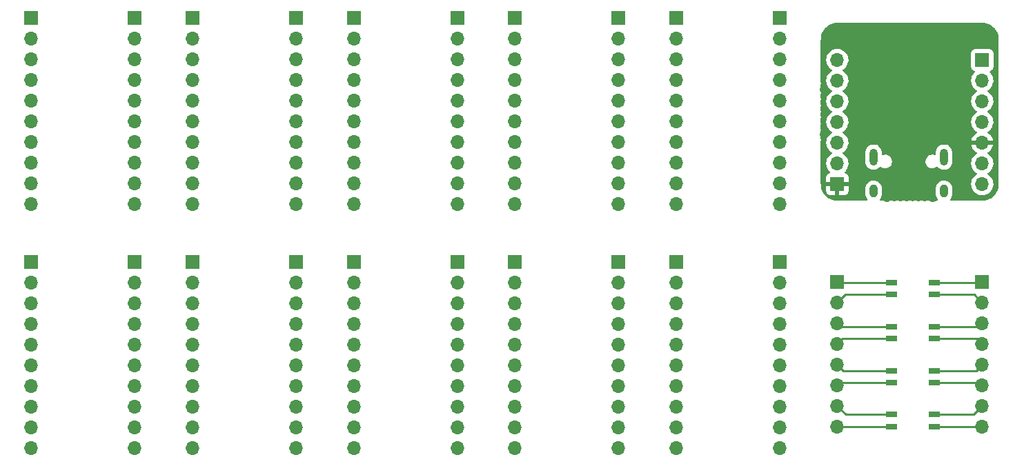
<source format=gbr>
%TF.GenerationSoftware,KiCad,Pcbnew,(6.0.2)*%
%TF.CreationDate,2022-03-22T07:25:02-04:00*%
%TF.ProjectId,Panel_Design_1,50616e65-6c5f-4446-9573-69676e5f312e,rev?*%
%TF.SameCoordinates,Original*%
%TF.FileFunction,Copper,L2,Bot*%
%TF.FilePolarity,Positive*%
%FSLAX46Y46*%
G04 Gerber Fmt 4.6, Leading zero omitted, Abs format (unit mm)*
G04 Created by KiCad (PCBNEW (6.0.2)) date 2022-03-22 07:25:02*
%MOMM*%
%LPD*%
G01*
G04 APERTURE LIST*
%TA.AperFunction,ComponentPad*%
%ADD10R,1.700000X1.700000*%
%TD*%
%TA.AperFunction,ComponentPad*%
%ADD11O,1.700000X1.700000*%
%TD*%
%TA.AperFunction,ComponentPad*%
%ADD12O,1.000000X2.100000*%
%TD*%
%TA.AperFunction,ComponentPad*%
%ADD13O,1.000000X1.600000*%
%TD*%
%TA.AperFunction,SMDPad,CuDef*%
%ADD14R,1.400000X0.800000*%
%TD*%
%TA.AperFunction,Conductor*%
%ADD15C,0.250000*%
%TD*%
G04 APERTURE END LIST*
D10*
%TO.P,J40,1,Pin_1*%
%TO.N,Net-(G1-Pad2)*%
X117220000Y-23400000D03*
D11*
%TO.P,J40,2,Pin_2*%
%TO.N,Net-(G2-Pad2)*%
X117220000Y-25940000D03*
%TO.P,J40,3,Pin_3*%
%TO.N,Net-(G3-Pad2)*%
X117220000Y-28480000D03*
%TO.P,J40,4,Pin_4*%
%TO.N,Net-(G4-Pad2)*%
X117220000Y-31020000D03*
%TO.P,J40,5,Pin_5*%
%TO.N,Net-(G5-Pad2)*%
X117220000Y-33560000D03*
%TO.P,J40,6,Pin_6*%
%TO.N,Net-(G6-Pad2)*%
X117220000Y-36100000D03*
%TO.P,J40,7,Pin_7*%
%TO.N,Net-(G7-Pad2)*%
X117220000Y-38640000D03*
%TO.P,J40,8,Pin_8*%
%TO.N,Net-(G8-Pad2)*%
X117220000Y-41180000D03*
%TO.P,J40,9,Pin_9*%
%TO.N,Net-(G9-Pad2)*%
X117220000Y-43720000D03*
%TO.P,J40,10,Pin_10*%
%TO.N,Net-(G10-Pad2)*%
X117220000Y-46260000D03*
%TD*%
D10*
%TO.P,J4,1,Pin_1*%
%TO.N,Net-(G1-Pad2)*%
X38100000Y-23400000D03*
D11*
%TO.P,J4,2,Pin_2*%
%TO.N,Net-(G2-Pad2)*%
X38100000Y-25940000D03*
%TO.P,J4,3,Pin_3*%
%TO.N,Net-(G3-Pad2)*%
X38100000Y-28480000D03*
%TO.P,J4,4,Pin_4*%
%TO.N,Net-(G4-Pad2)*%
X38100000Y-31020000D03*
%TO.P,J4,5,Pin_5*%
%TO.N,Net-(G5-Pad2)*%
X38100000Y-33560000D03*
%TO.P,J4,6,Pin_6*%
%TO.N,Net-(G6-Pad2)*%
X38100000Y-36100000D03*
%TO.P,J4,7,Pin_7*%
%TO.N,Net-(G7-Pad2)*%
X38100000Y-38640000D03*
%TO.P,J4,8,Pin_8*%
%TO.N,Net-(G8-Pad2)*%
X38100000Y-41180000D03*
%TO.P,J4,9,Pin_9*%
%TO.N,Net-(G9-Pad2)*%
X38100000Y-43720000D03*
%TO.P,J4,10,Pin_10*%
%TO.N,Net-(G10-Pad2)*%
X38100000Y-46260000D03*
%TD*%
D10*
%TO.P,J48,1,Pin_1*%
%TO.N,Net-(G1-Pad2)*%
X97440000Y-53340000D03*
D11*
%TO.P,J48,2,Pin_2*%
%TO.N,Net-(G2-Pad2)*%
X97440000Y-55880000D03*
%TO.P,J48,3,Pin_3*%
%TO.N,Net-(G3-Pad2)*%
X97440000Y-58420000D03*
%TO.P,J48,4,Pin_4*%
%TO.N,Net-(G4-Pad2)*%
X97440000Y-60960000D03*
%TO.P,J48,5,Pin_5*%
%TO.N,Net-(G5-Pad2)*%
X97440000Y-63500000D03*
%TO.P,J48,6,Pin_6*%
%TO.N,Net-(G6-Pad2)*%
X97440000Y-66040000D03*
%TO.P,J48,7,Pin_7*%
%TO.N,Net-(G7-Pad2)*%
X97440000Y-68580000D03*
%TO.P,J48,8,Pin_8*%
%TO.N,Net-(G8-Pad2)*%
X97440000Y-71120000D03*
%TO.P,J48,9,Pin_9*%
%TO.N,Net-(G9-Pad2)*%
X97440000Y-73660000D03*
%TO.P,J48,10,Pin_10*%
%TO.N,Net-(G10-Pad2)*%
X97440000Y-76200000D03*
%TD*%
D10*
%TO.P,J2,1,Pin_1*%
%TO.N,Net-(G1-Pad1)*%
X25400000Y-23400000D03*
D11*
%TO.P,J2,2,Pin_2*%
%TO.N,Net-(G2-Pad1)*%
X25400000Y-25940000D03*
%TO.P,J2,3,Pin_3*%
%TO.N,Net-(G3-Pad1)*%
X25400000Y-28480000D03*
%TO.P,J2,4,Pin_4*%
%TO.N,Net-(G4-Pad1)*%
X25400000Y-31020000D03*
%TO.P,J2,5,Pin_5*%
%TO.N,Net-(G5-Pad1)*%
X25400000Y-33560000D03*
%TO.P,J2,6,Pin_6*%
%TO.N,Net-(G6-Pad1)*%
X25400000Y-36100000D03*
%TO.P,J2,7,Pin_7*%
%TO.N,Net-(G7-Pad1)*%
X25400000Y-38640000D03*
%TO.P,J2,8,Pin_8*%
%TO.N,Net-(G8-Pad1)*%
X25400000Y-41180000D03*
%TO.P,J2,9,Pin_9*%
%TO.N,Net-(G9-Pad1)*%
X25400000Y-43720000D03*
%TO.P,J2,10,Pin_10*%
%TO.N,Net-(G10-Pad1)*%
X25400000Y-46260000D03*
%TD*%
D10*
%TO.P,J37,1,Pin_1*%
%TO.N,Net-(G1-Pad1)*%
X84740000Y-23400000D03*
D11*
%TO.P,J37,2,Pin_2*%
%TO.N,Net-(G2-Pad1)*%
X84740000Y-25940000D03*
%TO.P,J37,3,Pin_3*%
%TO.N,Net-(G3-Pad1)*%
X84740000Y-28480000D03*
%TO.P,J37,4,Pin_4*%
%TO.N,Net-(G4-Pad1)*%
X84740000Y-31020000D03*
%TO.P,J37,5,Pin_5*%
%TO.N,Net-(G5-Pad1)*%
X84740000Y-33560000D03*
%TO.P,J37,6,Pin_6*%
%TO.N,Net-(G6-Pad1)*%
X84740000Y-36100000D03*
%TO.P,J37,7,Pin_7*%
%TO.N,Net-(G7-Pad1)*%
X84740000Y-38640000D03*
%TO.P,J37,8,Pin_8*%
%TO.N,Net-(G8-Pad1)*%
X84740000Y-41180000D03*
%TO.P,J37,9,Pin_9*%
%TO.N,Net-(G9-Pad1)*%
X84740000Y-43720000D03*
%TO.P,J37,10,Pin_10*%
%TO.N,Net-(G10-Pad1)*%
X84740000Y-46260000D03*
%TD*%
D10*
%TO.P,J34,1,Pin_1*%
%TO.N,Net-(G1-Pad2)*%
X57880000Y-23400000D03*
D11*
%TO.P,J34,2,Pin_2*%
%TO.N,Net-(G2-Pad2)*%
X57880000Y-25940000D03*
%TO.P,J34,3,Pin_3*%
%TO.N,Net-(G3-Pad2)*%
X57880000Y-28480000D03*
%TO.P,J34,4,Pin_4*%
%TO.N,Net-(G4-Pad2)*%
X57880000Y-31020000D03*
%TO.P,J34,5,Pin_5*%
%TO.N,Net-(G5-Pad2)*%
X57880000Y-33560000D03*
%TO.P,J34,6,Pin_6*%
%TO.N,Net-(G6-Pad2)*%
X57880000Y-36100000D03*
%TO.P,J34,7,Pin_7*%
%TO.N,Net-(G7-Pad2)*%
X57880000Y-38640000D03*
%TO.P,J34,8,Pin_8*%
%TO.N,Net-(G8-Pad2)*%
X57880000Y-41180000D03*
%TO.P,J34,9,Pin_9*%
%TO.N,Net-(G9-Pad2)*%
X57880000Y-43720000D03*
%TO.P,J34,10,Pin_10*%
%TO.N,Net-(G10-Pad2)*%
X57880000Y-46260000D03*
%TD*%
D12*
%TO.P,USB1,13,SHIELD*%
%TO.N,Net-(J25-Pad6)*%
X128740002Y-40474999D03*
D13*
X128740002Y-44654999D03*
X137380002Y-44654999D03*
D12*
X137380002Y-40474999D03*
%TD*%
D10*
%TO.P,J44,1,Pin_1*%
%TO.N,Net-(G1-Pad2)*%
X57880000Y-53340000D03*
D11*
%TO.P,J44,2,Pin_2*%
%TO.N,Net-(G2-Pad2)*%
X57880000Y-55880000D03*
%TO.P,J44,3,Pin_3*%
%TO.N,Net-(G3-Pad2)*%
X57880000Y-58420000D03*
%TO.P,J44,4,Pin_4*%
%TO.N,Net-(G4-Pad2)*%
X57880000Y-60960000D03*
%TO.P,J44,5,Pin_5*%
%TO.N,Net-(G5-Pad2)*%
X57880000Y-63500000D03*
%TO.P,J44,6,Pin_6*%
%TO.N,Net-(G6-Pad2)*%
X57880000Y-66040000D03*
%TO.P,J44,7,Pin_7*%
%TO.N,Net-(G7-Pad2)*%
X57880000Y-68580000D03*
%TO.P,J44,8,Pin_8*%
%TO.N,Net-(G8-Pad2)*%
X57880000Y-71120000D03*
%TO.P,J44,9,Pin_9*%
%TO.N,Net-(G9-Pad2)*%
X57880000Y-73660000D03*
%TO.P,J44,10,Pin_10*%
%TO.N,Net-(G10-Pad2)*%
X57880000Y-76200000D03*
%TD*%
D10*
%TO.P,J41,1,Pin_1*%
%TO.N,Net-(G1-Pad1)*%
X25400000Y-53340000D03*
D11*
%TO.P,J41,2,Pin_2*%
%TO.N,Net-(G2-Pad1)*%
X25400000Y-55880000D03*
%TO.P,J41,3,Pin_3*%
%TO.N,Net-(G3-Pad1)*%
X25400000Y-58420000D03*
%TO.P,J41,4,Pin_4*%
%TO.N,Net-(G4-Pad1)*%
X25400000Y-60960000D03*
%TO.P,J41,5,Pin_5*%
%TO.N,Net-(G5-Pad1)*%
X25400000Y-63500000D03*
%TO.P,J41,6,Pin_6*%
%TO.N,Net-(G6-Pad1)*%
X25400000Y-66040000D03*
%TO.P,J41,7,Pin_7*%
%TO.N,Net-(G7-Pad1)*%
X25400000Y-68580000D03*
%TO.P,J41,8,Pin_8*%
%TO.N,Net-(G8-Pad1)*%
X25400000Y-71120000D03*
%TO.P,J41,9,Pin_9*%
%TO.N,Net-(G9-Pad1)*%
X25400000Y-73660000D03*
%TO.P,J41,10,Pin_10*%
%TO.N,Net-(G10-Pad1)*%
X25400000Y-76200000D03*
%TD*%
D10*
%TO.P,J39,1,Pin_1*%
%TO.N,Net-(G1-Pad1)*%
X104520000Y-23400000D03*
D11*
%TO.P,J39,2,Pin_2*%
%TO.N,Net-(G2-Pad1)*%
X104520000Y-25940000D03*
%TO.P,J39,3,Pin_3*%
%TO.N,Net-(G3-Pad1)*%
X104520000Y-28480000D03*
%TO.P,J39,4,Pin_4*%
%TO.N,Net-(G4-Pad1)*%
X104520000Y-31020000D03*
%TO.P,J39,5,Pin_5*%
%TO.N,Net-(G5-Pad1)*%
X104520000Y-33560000D03*
%TO.P,J39,6,Pin_6*%
%TO.N,Net-(G6-Pad1)*%
X104520000Y-36100000D03*
%TO.P,J39,7,Pin_7*%
%TO.N,Net-(G7-Pad1)*%
X104520000Y-38640000D03*
%TO.P,J39,8,Pin_8*%
%TO.N,Net-(G8-Pad1)*%
X104520000Y-41180000D03*
%TO.P,J39,9,Pin_9*%
%TO.N,Net-(G9-Pad1)*%
X104520000Y-43720000D03*
%TO.P,J39,10,Pin_10*%
%TO.N,Net-(G10-Pad1)*%
X104520000Y-46260000D03*
%TD*%
D10*
%TO.P,J38,1,Pin_1*%
%TO.N,Net-(G1-Pad2)*%
X97440000Y-23400000D03*
D11*
%TO.P,J38,2,Pin_2*%
%TO.N,Net-(G2-Pad2)*%
X97440000Y-25940000D03*
%TO.P,J38,3,Pin_3*%
%TO.N,Net-(G3-Pad2)*%
X97440000Y-28480000D03*
%TO.P,J38,4,Pin_4*%
%TO.N,Net-(G4-Pad2)*%
X97440000Y-31020000D03*
%TO.P,J38,5,Pin_5*%
%TO.N,Net-(G5-Pad2)*%
X97440000Y-33560000D03*
%TO.P,J38,6,Pin_6*%
%TO.N,Net-(G6-Pad2)*%
X97440000Y-36100000D03*
%TO.P,J38,7,Pin_7*%
%TO.N,Net-(G7-Pad2)*%
X97440000Y-38640000D03*
%TO.P,J38,8,Pin_8*%
%TO.N,Net-(G8-Pad2)*%
X97440000Y-41180000D03*
%TO.P,J38,9,Pin_9*%
%TO.N,Net-(G9-Pad2)*%
X97440000Y-43720000D03*
%TO.P,J38,10,Pin_10*%
%TO.N,Net-(G10-Pad2)*%
X97440000Y-46260000D03*
%TD*%
D10*
%TO.P,J36,1,Pin_1*%
%TO.N,Net-(G1-Pad2)*%
X77660000Y-23400000D03*
D11*
%TO.P,J36,2,Pin_2*%
%TO.N,Net-(G2-Pad2)*%
X77660000Y-25940000D03*
%TO.P,J36,3,Pin_3*%
%TO.N,Net-(G3-Pad2)*%
X77660000Y-28480000D03*
%TO.P,J36,4,Pin_4*%
%TO.N,Net-(G4-Pad2)*%
X77660000Y-31020000D03*
%TO.P,J36,5,Pin_5*%
%TO.N,Net-(G5-Pad2)*%
X77660000Y-33560000D03*
%TO.P,J36,6,Pin_6*%
%TO.N,Net-(G6-Pad2)*%
X77660000Y-36100000D03*
%TO.P,J36,7,Pin_7*%
%TO.N,Net-(G7-Pad2)*%
X77660000Y-38640000D03*
%TO.P,J36,8,Pin_8*%
%TO.N,Net-(G8-Pad2)*%
X77660000Y-41180000D03*
%TO.P,J36,9,Pin_9*%
%TO.N,Net-(G9-Pad2)*%
X77660000Y-43720000D03*
%TO.P,J36,10,Pin_10*%
%TO.N,Net-(G10-Pad2)*%
X77660000Y-46260000D03*
%TD*%
D10*
%TO.P,J42,1,Pin_1*%
%TO.N,Net-(G1-Pad2)*%
X38100000Y-53340000D03*
D11*
%TO.P,J42,2,Pin_2*%
%TO.N,Net-(G2-Pad2)*%
X38100000Y-55880000D03*
%TO.P,J42,3,Pin_3*%
%TO.N,Net-(G3-Pad2)*%
X38100000Y-58420000D03*
%TO.P,J42,4,Pin_4*%
%TO.N,Net-(G4-Pad2)*%
X38100000Y-60960000D03*
%TO.P,J42,5,Pin_5*%
%TO.N,Net-(G5-Pad2)*%
X38100000Y-63500000D03*
%TO.P,J42,6,Pin_6*%
%TO.N,Net-(G6-Pad2)*%
X38100000Y-66040000D03*
%TO.P,J42,7,Pin_7*%
%TO.N,Net-(G7-Pad2)*%
X38100000Y-68580000D03*
%TO.P,J42,8,Pin_8*%
%TO.N,Net-(G8-Pad2)*%
X38100000Y-71120000D03*
%TO.P,J42,9,Pin_9*%
%TO.N,Net-(G9-Pad2)*%
X38100000Y-73660000D03*
%TO.P,J42,10,Pin_10*%
%TO.N,Net-(G10-Pad2)*%
X38100000Y-76200000D03*
%TD*%
D10*
%TO.P,J45,1,Pin_1*%
%TO.N,Net-(G1-Pad1)*%
X64960000Y-53340000D03*
D11*
%TO.P,J45,2,Pin_2*%
%TO.N,Net-(G2-Pad1)*%
X64960000Y-55880000D03*
%TO.P,J45,3,Pin_3*%
%TO.N,Net-(G3-Pad1)*%
X64960000Y-58420000D03*
%TO.P,J45,4,Pin_4*%
%TO.N,Net-(G4-Pad1)*%
X64960000Y-60960000D03*
%TO.P,J45,5,Pin_5*%
%TO.N,Net-(G5-Pad1)*%
X64960000Y-63500000D03*
%TO.P,J45,6,Pin_6*%
%TO.N,Net-(G6-Pad1)*%
X64960000Y-66040000D03*
%TO.P,J45,7,Pin_7*%
%TO.N,Net-(G7-Pad1)*%
X64960000Y-68580000D03*
%TO.P,J45,8,Pin_8*%
%TO.N,Net-(G8-Pad1)*%
X64960000Y-71120000D03*
%TO.P,J45,9,Pin_9*%
%TO.N,Net-(G9-Pad1)*%
X64960000Y-73660000D03*
%TO.P,J45,10,Pin_10*%
%TO.N,Net-(G10-Pad1)*%
X64960000Y-76200000D03*
%TD*%
D10*
%TO.P,J50,1,Pin_1*%
%TO.N,Net-(G1-Pad2)*%
X117220000Y-53340000D03*
D11*
%TO.P,J50,2,Pin_2*%
%TO.N,Net-(G2-Pad2)*%
X117220000Y-55880000D03*
%TO.P,J50,3,Pin_3*%
%TO.N,Net-(G3-Pad2)*%
X117220000Y-58420000D03*
%TO.P,J50,4,Pin_4*%
%TO.N,Net-(G4-Pad2)*%
X117220000Y-60960000D03*
%TO.P,J50,5,Pin_5*%
%TO.N,Net-(G5-Pad2)*%
X117220000Y-63500000D03*
%TO.P,J50,6,Pin_6*%
%TO.N,Net-(G6-Pad2)*%
X117220000Y-66040000D03*
%TO.P,J50,7,Pin_7*%
%TO.N,Net-(G7-Pad2)*%
X117220000Y-68580000D03*
%TO.P,J50,8,Pin_8*%
%TO.N,Net-(G8-Pad2)*%
X117220000Y-71120000D03*
%TO.P,J50,9,Pin_9*%
%TO.N,Net-(G9-Pad2)*%
X117220000Y-73660000D03*
%TO.P,J50,10,Pin_10*%
%TO.N,Net-(G10-Pad2)*%
X117220000Y-76200000D03*
%TD*%
D10*
%TO.P,J13,1,Pin_1*%
%TO.N,Net-(J13-Pad1)*%
X124300001Y-55810001D03*
D11*
%TO.P,J13,2,Pin_2*%
%TO.N,Net-(J13-Pad2)*%
X124300001Y-58350001D03*
%TO.P,J13,3,Pin_3*%
%TO.N,Net-(J13-Pad3)*%
X124300001Y-60890001D03*
%TO.P,J13,4,Pin_4*%
%TO.N,Net-(J13-Pad4)*%
X124300001Y-63430001D03*
%TO.P,J13,5,Pin_5*%
%TO.N,Net-(J13-Pad5)*%
X124300001Y-65970001D03*
%TO.P,J13,6,Pin_6*%
%TO.N,Net-(J13-Pad6)*%
X124300001Y-68510001D03*
%TO.P,J13,7,Pin_7*%
%TO.N,Net-(J13-Pad7)*%
X124300001Y-71050001D03*
%TO.P,J13,8,Pin_8*%
%TO.N,Net-(J13-Pad8)*%
X124300001Y-73590001D03*
%TD*%
D10*
%TO.P,J47,1,Pin_1*%
%TO.N,Net-(G1-Pad1)*%
X84740000Y-53340000D03*
D11*
%TO.P,J47,2,Pin_2*%
%TO.N,Net-(G2-Pad1)*%
X84740000Y-55880000D03*
%TO.P,J47,3,Pin_3*%
%TO.N,Net-(G3-Pad1)*%
X84740000Y-58420000D03*
%TO.P,J47,4,Pin_4*%
%TO.N,Net-(G4-Pad1)*%
X84740000Y-60960000D03*
%TO.P,J47,5,Pin_5*%
%TO.N,Net-(G5-Pad1)*%
X84740000Y-63500000D03*
%TO.P,J47,6,Pin_6*%
%TO.N,Net-(G6-Pad1)*%
X84740000Y-66040000D03*
%TO.P,J47,7,Pin_7*%
%TO.N,Net-(G7-Pad1)*%
X84740000Y-68580000D03*
%TO.P,J47,8,Pin_8*%
%TO.N,Net-(G8-Pad1)*%
X84740000Y-71120000D03*
%TO.P,J47,9,Pin_9*%
%TO.N,Net-(G9-Pad1)*%
X84740000Y-73660000D03*
%TO.P,J47,10,Pin_10*%
%TO.N,Net-(G10-Pad1)*%
X84740000Y-76200000D03*
%TD*%
D10*
%TO.P,J25,1,Pin_1*%
%TO.N,Net-(J25-Pad1)*%
X142080002Y-28549999D03*
D11*
%TO.P,J25,2,Pin_2*%
%TO.N,Net-(J25-Pad2)*%
X142080002Y-31089999D03*
%TO.P,J25,3,Pin_3*%
%TO.N,Net-(J25-Pad3)*%
X142080002Y-33629999D03*
%TO.P,J25,4,Pin_4*%
%TO.N,Net-(J25-Pad4)*%
X142080002Y-36169999D03*
%TO.P,J25,5,Pin_5*%
%TO.N,GND_2*%
X142080002Y-38709999D03*
%TO.P,J25,6,Pin_6*%
%TO.N,Net-(J25-Pad6)*%
X142080002Y-41249999D03*
%TO.P,J25,7,Pin_7*%
%TO.N,unconnected-(J25-Pad7)*%
X142080002Y-43789999D03*
%TD*%
D10*
%TO.P,J35,1,Pin_1*%
%TO.N,Net-(G1-Pad1)*%
X64960000Y-23400000D03*
D11*
%TO.P,J35,2,Pin_2*%
%TO.N,Net-(G2-Pad1)*%
X64960000Y-25940000D03*
%TO.P,J35,3,Pin_3*%
%TO.N,Net-(G3-Pad1)*%
X64960000Y-28480000D03*
%TO.P,J35,4,Pin_4*%
%TO.N,Net-(G4-Pad1)*%
X64960000Y-31020000D03*
%TO.P,J35,5,Pin_5*%
%TO.N,Net-(G5-Pad1)*%
X64960000Y-33560000D03*
%TO.P,J35,6,Pin_6*%
%TO.N,Net-(G6-Pad1)*%
X64960000Y-36100000D03*
%TO.P,J35,7,Pin_7*%
%TO.N,Net-(G7-Pad1)*%
X64960000Y-38640000D03*
%TO.P,J35,8,Pin_8*%
%TO.N,Net-(G8-Pad1)*%
X64960000Y-41180000D03*
%TO.P,J35,9,Pin_9*%
%TO.N,Net-(G9-Pad1)*%
X64960000Y-43720000D03*
%TO.P,J35,10,Pin_10*%
%TO.N,Net-(G10-Pad1)*%
X64960000Y-46260000D03*
%TD*%
D10*
%TO.P,J46,1,Pin_1*%
%TO.N,Net-(G1-Pad2)*%
X77660000Y-53340000D03*
D11*
%TO.P,J46,2,Pin_2*%
%TO.N,Net-(G2-Pad2)*%
X77660000Y-55880000D03*
%TO.P,J46,3,Pin_3*%
%TO.N,Net-(G3-Pad2)*%
X77660000Y-58420000D03*
%TO.P,J46,4,Pin_4*%
%TO.N,Net-(G4-Pad2)*%
X77660000Y-60960000D03*
%TO.P,J46,5,Pin_5*%
%TO.N,Net-(G5-Pad2)*%
X77660000Y-63500000D03*
%TO.P,J46,6,Pin_6*%
%TO.N,Net-(G6-Pad2)*%
X77660000Y-66040000D03*
%TO.P,J46,7,Pin_7*%
%TO.N,Net-(G7-Pad2)*%
X77660000Y-68580000D03*
%TO.P,J46,8,Pin_8*%
%TO.N,Net-(G8-Pad2)*%
X77660000Y-71120000D03*
%TO.P,J46,9,Pin_9*%
%TO.N,Net-(G9-Pad2)*%
X77660000Y-73660000D03*
%TO.P,J46,10,Pin_10*%
%TO.N,Net-(G10-Pad2)*%
X77660000Y-76200000D03*
%TD*%
D10*
%TO.P,J14,1,Pin_1*%
%TO.N,Net-(J14-Pad1)*%
X142080001Y-55810001D03*
D11*
%TO.P,J14,2,Pin_2*%
%TO.N,Net-(J14-Pad2)*%
X142080001Y-58350001D03*
%TO.P,J14,3,Pin_3*%
%TO.N,Net-(J14-Pad3)*%
X142080001Y-60890001D03*
%TO.P,J14,4,Pin_4*%
%TO.N,Net-(J14-Pad4)*%
X142080001Y-63430001D03*
%TO.P,J14,5,Pin_5*%
%TO.N,Net-(J14-Pad5)*%
X142080001Y-65970001D03*
%TO.P,J14,6,Pin_6*%
%TO.N,Net-(J14-Pad6)*%
X142080001Y-68510001D03*
%TO.P,J14,7,Pin_7*%
%TO.N,Net-(J14-Pad7)*%
X142080001Y-71050001D03*
%TO.P,J14,8,Pin_8*%
%TO.N,Net-(J14-Pad8)*%
X142080001Y-73590001D03*
%TD*%
D10*
%TO.P,J49,1,Pin_1*%
%TO.N,Net-(G1-Pad1)*%
X104520000Y-53340000D03*
D11*
%TO.P,J49,2,Pin_2*%
%TO.N,Net-(G2-Pad1)*%
X104520000Y-55880000D03*
%TO.P,J49,3,Pin_3*%
%TO.N,Net-(G3-Pad1)*%
X104520000Y-58420000D03*
%TO.P,J49,4,Pin_4*%
%TO.N,Net-(G4-Pad1)*%
X104520000Y-60960000D03*
%TO.P,J49,5,Pin_5*%
%TO.N,Net-(G5-Pad1)*%
X104520000Y-63500000D03*
%TO.P,J49,6,Pin_6*%
%TO.N,Net-(G6-Pad1)*%
X104520000Y-66040000D03*
%TO.P,J49,7,Pin_7*%
%TO.N,Net-(G7-Pad1)*%
X104520000Y-68580000D03*
%TO.P,J49,8,Pin_8*%
%TO.N,Net-(G8-Pad1)*%
X104520000Y-71120000D03*
%TO.P,J49,9,Pin_9*%
%TO.N,Net-(G9-Pad1)*%
X104520000Y-73660000D03*
%TO.P,J49,10,Pin_10*%
%TO.N,Net-(G10-Pad1)*%
X104520000Y-76200000D03*
%TD*%
D10*
%TO.P,J18,1,Pin_1*%
%TO.N,GND_2*%
X124300002Y-43789999D03*
D11*
%TO.P,J18,2,Pin_2*%
%TO.N,Net-(J18-Pad2)*%
X124300002Y-41249999D03*
%TO.P,J18,3,Pin_3*%
%TO.N,Net-(J18-Pad3)*%
X124300002Y-38709999D03*
%TO.P,J18,4,Pin_4*%
%TO.N,Net-(J18-Pad4)*%
X124300002Y-36169999D03*
%TO.P,J18,5,Pin_5*%
%TO.N,Net-(J18-Pad5)*%
X124300002Y-33629999D03*
%TO.P,J18,6,Pin_6*%
%TO.N,Net-(J18-Pad6)*%
X124300002Y-31089999D03*
%TO.P,J18,7,Pin_7*%
%TO.N,Net-(J18-Pad7)*%
X124300002Y-28549999D03*
%TD*%
D10*
%TO.P,J33,1,Pin_1*%
%TO.N,Net-(G1-Pad1)*%
X45180000Y-23400000D03*
D11*
%TO.P,J33,2,Pin_2*%
%TO.N,Net-(G2-Pad1)*%
X45180000Y-25940000D03*
%TO.P,J33,3,Pin_3*%
%TO.N,Net-(G3-Pad1)*%
X45180000Y-28480000D03*
%TO.P,J33,4,Pin_4*%
%TO.N,Net-(G4-Pad1)*%
X45180000Y-31020000D03*
%TO.P,J33,5,Pin_5*%
%TO.N,Net-(G5-Pad1)*%
X45180000Y-33560000D03*
%TO.P,J33,6,Pin_6*%
%TO.N,Net-(G6-Pad1)*%
X45180000Y-36100000D03*
%TO.P,J33,7,Pin_7*%
%TO.N,Net-(G7-Pad1)*%
X45180000Y-38640000D03*
%TO.P,J33,8,Pin_8*%
%TO.N,Net-(G8-Pad1)*%
X45180000Y-41180000D03*
%TO.P,J33,9,Pin_9*%
%TO.N,Net-(G9-Pad1)*%
X45180000Y-43720000D03*
%TO.P,J33,10,Pin_10*%
%TO.N,Net-(G10-Pad1)*%
X45180000Y-46260000D03*
%TD*%
D10*
%TO.P,J43,1,Pin_1*%
%TO.N,Net-(G1-Pad1)*%
X45180000Y-53340000D03*
D11*
%TO.P,J43,2,Pin_2*%
%TO.N,Net-(G2-Pad1)*%
X45180000Y-55880000D03*
%TO.P,J43,3,Pin_3*%
%TO.N,Net-(G3-Pad1)*%
X45180000Y-58420000D03*
%TO.P,J43,4,Pin_4*%
%TO.N,Net-(G4-Pad1)*%
X45180000Y-60960000D03*
%TO.P,J43,5,Pin_5*%
%TO.N,Net-(G5-Pad1)*%
X45180000Y-63500000D03*
%TO.P,J43,6,Pin_6*%
%TO.N,Net-(G6-Pad1)*%
X45180000Y-66040000D03*
%TO.P,J43,7,Pin_7*%
%TO.N,Net-(G7-Pad1)*%
X45180000Y-68580000D03*
%TO.P,J43,8,Pin_8*%
%TO.N,Net-(G8-Pad1)*%
X45180000Y-71120000D03*
%TO.P,J43,9,Pin_9*%
%TO.N,Net-(G9-Pad1)*%
X45180000Y-73660000D03*
%TO.P,J43,10,Pin_10*%
%TO.N,Net-(G10-Pad1)*%
X45180000Y-76200000D03*
%TD*%
D14*
%TO.P,RGB3,1,BK*%
%TO.N,Net-(J13-Pad5)*%
X130980001Y-66705001D03*
%TO.P,RGB3,2,GK*%
%TO.N,Net-(J14-Pad5)*%
X136180001Y-66705001D03*
%TO.P,RGB3,3,RK*%
%TO.N,Net-(J14-Pad6)*%
X136180001Y-68155001D03*
%TO.P,RGB3,4,A*%
%TO.N,Net-(J13-Pad6)*%
X130980001Y-68155001D03*
%TD*%
%TO.P,RGB4,1,BK*%
%TO.N,Net-(J13-Pad7)*%
X130980001Y-72105001D03*
%TO.P,RGB4,2,GK*%
%TO.N,Net-(J14-Pad7)*%
X136180001Y-72105001D03*
%TO.P,RGB4,3,RK*%
%TO.N,Net-(J14-Pad8)*%
X136180001Y-73555001D03*
%TO.P,RGB4,4,A*%
%TO.N,Net-(J13-Pad8)*%
X130980001Y-73555001D03*
%TD*%
%TO.P,RGB1,1,BK*%
%TO.N,Net-(J13-Pad1)*%
X130980001Y-55905001D03*
%TO.P,RGB1,2,GK*%
%TO.N,Net-(J14-Pad1)*%
X136180001Y-55905001D03*
%TO.P,RGB1,3,RK*%
%TO.N,Net-(J14-Pad2)*%
X136180001Y-57355001D03*
%TO.P,RGB1,4,A*%
%TO.N,Net-(J13-Pad2)*%
X130980001Y-57355001D03*
%TD*%
%TO.P,RGB2,1,BK*%
%TO.N,Net-(J13-Pad3)*%
X130980001Y-61305001D03*
%TO.P,RGB2,2,GK*%
%TO.N,Net-(J14-Pad3)*%
X136180001Y-61305001D03*
%TO.P,RGB2,3,RK*%
%TO.N,Net-(J14-Pad4)*%
X136180001Y-62755001D03*
%TO.P,RGB2,4,A*%
%TO.N,Net-(J13-Pad4)*%
X130980001Y-62755001D03*
%TD*%
D15*
%TO.N,Net-(J13-Pad1)*%
X124395001Y-55905001D02*
X124300001Y-55810001D01*
X130980001Y-55905001D02*
X124395001Y-55905001D01*
%TO.N,Net-(J13-Pad2)*%
X125295001Y-57355001D02*
X124300001Y-58350001D01*
X130980001Y-57355001D02*
X125295001Y-57355001D01*
%TO.N,Net-(J13-Pad3)*%
X124715001Y-61305001D02*
X124300001Y-60890001D01*
X130980001Y-61305001D02*
X124715001Y-61305001D01*
%TO.N,Net-(J13-Pad4)*%
X124975001Y-62755001D02*
X124300001Y-63430001D01*
X130980001Y-62755001D02*
X124975001Y-62755001D01*
%TO.N,Net-(J13-Pad5)*%
X125035001Y-66705001D02*
X124300001Y-65970001D01*
X130980001Y-66705001D02*
X125035001Y-66705001D01*
%TO.N,Net-(J13-Pad6)*%
X124655001Y-68155001D02*
X124300001Y-68510001D01*
X130980001Y-68155001D02*
X124655001Y-68155001D01*
%TO.N,Net-(J13-Pad7)*%
X125355001Y-72105001D02*
X124300001Y-71050001D01*
X130980001Y-72105001D02*
X125355001Y-72105001D01*
%TO.N,Net-(J13-Pad8)*%
X124335001Y-73555001D02*
X124300001Y-73590001D01*
X130980001Y-73555001D02*
X124335001Y-73555001D01*
%TO.N,Net-(J14-Pad1)*%
X136180001Y-55905001D02*
X141985001Y-55905001D01*
X141985001Y-55905001D02*
X142080001Y-55810001D01*
%TO.N,Net-(J14-Pad2)*%
X141085001Y-57355001D02*
X142080001Y-58350001D01*
X136180001Y-57355001D02*
X141085001Y-57355001D01*
%TO.N,Net-(J14-Pad3)*%
X141665001Y-61305001D02*
X142080001Y-60890001D01*
X136180001Y-61305001D02*
X141665001Y-61305001D01*
%TO.N,Net-(J14-Pad4)*%
X136180001Y-62755001D02*
X141405001Y-62755001D01*
X141405001Y-62755001D02*
X142080001Y-63430001D01*
%TO.N,Net-(J14-Pad5)*%
X136180001Y-66705001D02*
X141345001Y-66705001D01*
X141345001Y-66705001D02*
X142080001Y-65970001D01*
%TO.N,Net-(J14-Pad6)*%
X141725001Y-68155001D02*
X142080001Y-68510001D01*
X136180001Y-68155001D02*
X141725001Y-68155001D01*
%TO.N,Net-(J14-Pad7)*%
X136180001Y-72105001D02*
X141025001Y-72105001D01*
X141025001Y-72105001D02*
X142080001Y-71050001D01*
%TO.N,Net-(J14-Pad8)*%
X136180001Y-73555001D02*
X142045001Y-73555001D01*
X142045001Y-73555001D02*
X142080001Y-73590001D01*
%TD*%
%TA.AperFunction,Conductor*%
%TO.N,GND_2*%
G36*
X142050059Y-23979499D02*
G01*
X142064860Y-23981804D01*
X142064863Y-23981804D01*
X142073732Y-23983185D01*
X142090001Y-23981058D01*
X142114569Y-23980265D01*
X142336987Y-23994843D01*
X142353328Y-23996994D01*
X142597826Y-24045628D01*
X142613745Y-24049894D01*
X142849792Y-24130021D01*
X142865019Y-24136328D01*
X143088594Y-24246583D01*
X143102867Y-24254824D01*
X143310135Y-24393315D01*
X143323212Y-24403348D01*
X143510634Y-24567713D01*
X143522288Y-24579367D01*
X143686653Y-24766789D01*
X143696686Y-24779866D01*
X143835177Y-24987134D01*
X143843418Y-25001407D01*
X143953673Y-25224982D01*
X143959980Y-25240209D01*
X144040107Y-25476256D01*
X144044373Y-25492175D01*
X144093007Y-25736672D01*
X144095158Y-25753013D01*
X144109266Y-25968267D01*
X144108241Y-25991303D01*
X144108198Y-25994853D01*
X144106816Y-26003729D01*
X144108456Y-26016269D01*
X144110938Y-26035250D01*
X144112002Y-26051588D01*
X144112002Y-43740671D01*
X144110502Y-43760055D01*
X144106816Y-43783729D01*
X144108943Y-43799998D01*
X144109736Y-43824566D01*
X144095158Y-44046984D01*
X144093007Y-44063325D01*
X144044373Y-44307823D01*
X144040107Y-44323742D01*
X143959980Y-44559789D01*
X143953673Y-44575016D01*
X143843418Y-44798591D01*
X143835177Y-44812864D01*
X143696686Y-45020132D01*
X143686656Y-45033205D01*
X143585985Y-45147999D01*
X143522288Y-45220631D01*
X143510634Y-45232285D01*
X143323208Y-45396653D01*
X143310135Y-45406683D01*
X143102867Y-45545174D01*
X143088594Y-45553415D01*
X142865019Y-45663670D01*
X142849792Y-45669977D01*
X142613745Y-45750104D01*
X142597826Y-45754370D01*
X142353329Y-45803004D01*
X142336988Y-45805155D01*
X142121734Y-45819263D01*
X142098698Y-45818238D01*
X142095148Y-45818195D01*
X142086272Y-45816813D01*
X142056349Y-45820726D01*
X142054751Y-45820935D01*
X142038413Y-45821999D01*
X138239270Y-45821999D01*
X138171149Y-45801997D01*
X138124656Y-45748341D01*
X138114552Y-45678067D01*
X138142747Y-45615010D01*
X138216156Y-45527525D01*
X138219123Y-45522127D01*
X138219127Y-45522122D01*
X138308469Y-45359607D01*
X138311435Y-45354212D01*
X138313848Y-45346607D01*
X138369375Y-45171563D01*
X138369375Y-45171562D01*
X138371237Y-45165693D01*
X138388502Y-45011772D01*
X138388502Y-44305230D01*
X138387816Y-44298226D01*
X138382465Y-44243659D01*
X138374082Y-44158166D01*
X138316918Y-43968830D01*
X138224068Y-43794203D01*
X138193476Y-43756694D01*
X140717253Y-43756694D01*
X140717550Y-43761847D01*
X140717550Y-43761850D01*
X140723013Y-43856589D01*
X140730112Y-43979714D01*
X140731249Y-43984760D01*
X140731250Y-43984766D01*
X140745608Y-44048474D01*
X140779224Y-44197638D01*
X140863268Y-44404615D01*
X140865967Y-44409019D01*
X140967690Y-44575016D01*
X140979989Y-44595087D01*
X141126252Y-44763937D01*
X141298128Y-44906631D01*
X141491002Y-45019337D01*
X141495827Y-45021179D01*
X141495828Y-45021180D01*
X141568614Y-45048974D01*
X141699694Y-45099029D01*
X141704762Y-45100060D01*
X141704765Y-45100061D01*
X141812019Y-45121882D01*
X141918599Y-45143566D01*
X141923774Y-45143756D01*
X141923776Y-45143756D01*
X142136675Y-45151563D01*
X142136679Y-45151563D01*
X142141839Y-45151752D01*
X142146959Y-45151096D01*
X142146961Y-45151096D01*
X142358290Y-45124024D01*
X142358291Y-45124024D01*
X142363418Y-45123367D01*
X142368368Y-45121882D01*
X142572431Y-45060660D01*
X142572436Y-45060658D01*
X142577386Y-45059173D01*
X142777996Y-44960895D01*
X142959862Y-44831172D01*
X143118098Y-44673488D01*
X143177596Y-44590688D01*
X143245437Y-44496276D01*
X143248455Y-44492076D01*
X143281812Y-44424584D01*
X143345138Y-44296452D01*
X143345139Y-44296450D01*
X143347432Y-44291810D01*
X143389830Y-44152263D01*
X143410867Y-44083022D01*
X143410867Y-44083020D01*
X143412372Y-44078068D01*
X143441531Y-43856589D01*
X143441613Y-43853239D01*
X143443076Y-43793364D01*
X143443076Y-43793360D01*
X143443158Y-43789999D01*
X143424854Y-43567360D01*
X143370433Y-43350701D01*
X143281356Y-43145839D01*
X143160016Y-42958276D01*
X143009672Y-42793050D01*
X143005621Y-42789851D01*
X143005617Y-42789847D01*
X142838416Y-42657799D01*
X142838412Y-42657797D01*
X142834361Y-42654597D01*
X142793055Y-42631795D01*
X142743086Y-42581363D01*
X142728314Y-42511920D01*
X142753430Y-42445515D01*
X142780782Y-42418908D01*
X142824605Y-42387649D01*
X142959862Y-42291172D01*
X142984325Y-42266795D01*
X143114437Y-42137136D01*
X143118098Y-42133488D01*
X143177596Y-42050688D01*
X143245437Y-41956276D01*
X143248455Y-41952076D01*
X143293369Y-41861200D01*
X143345138Y-41756452D01*
X143345139Y-41756450D01*
X143347432Y-41751810D01*
X143397871Y-41585795D01*
X143410867Y-41543022D01*
X143410867Y-41543020D01*
X143412372Y-41538068D01*
X143441531Y-41316589D01*
X143443158Y-41249999D01*
X143424854Y-41027360D01*
X143370433Y-40810701D01*
X143281356Y-40605839D01*
X143232906Y-40530946D01*
X143162824Y-40422616D01*
X143162822Y-40422613D01*
X143160016Y-40418276D01*
X143009672Y-40253050D01*
X143005621Y-40249851D01*
X143005617Y-40249847D01*
X142838416Y-40117799D01*
X142838412Y-40117797D01*
X142834361Y-40114597D01*
X142792571Y-40091528D01*
X142742600Y-40041096D01*
X142727828Y-39971653D01*
X142752944Y-39905247D01*
X142780296Y-39878640D01*
X142955330Y-39753791D01*
X142963202Y-39747138D01*
X143114054Y-39596811D01*
X143120732Y-39588964D01*
X143245005Y-39416019D01*
X143250315Y-39407182D01*
X143344672Y-39216266D01*
X143348471Y-39206671D01*
X143410379Y-39002909D01*
X143412557Y-38992836D01*
X143413988Y-38981961D01*
X143411777Y-38967777D01*
X143398619Y-38963999D01*
X140763227Y-38963999D01*
X140749696Y-38967972D01*
X140748259Y-38977965D01*
X140778567Y-39112445D01*
X140781647Y-39122274D01*
X140861772Y-39319602D01*
X140866415Y-39328793D01*
X140977696Y-39510387D01*
X140983779Y-39518698D01*
X141123215Y-39679666D01*
X141130582Y-39686882D01*
X141294436Y-39822915D01*
X141302883Y-39828830D01*
X141371971Y-39869202D01*
X141420695Y-39920841D01*
X141433766Y-39990624D01*
X141407035Y-40056395D01*
X141366586Y-40089751D01*
X141353609Y-40096506D01*
X141349476Y-40099609D01*
X141349473Y-40099611D01*
X141200484Y-40211475D01*
X141174967Y-40230634D01*
X141020631Y-40392137D01*
X141017717Y-40396409D01*
X141017716Y-40396410D01*
X141005406Y-40414456D01*
X140894745Y-40576679D01*
X140800690Y-40779304D01*
X140740991Y-40994569D01*
X140717253Y-41216694D01*
X140717550Y-41221847D01*
X140717550Y-41221850D01*
X140722843Y-41313640D01*
X140730112Y-41439714D01*
X140731249Y-41444760D01*
X140731250Y-41444766D01*
X140738977Y-41479052D01*
X140779224Y-41657638D01*
X140816335Y-41749031D01*
X140852538Y-41838189D01*
X140863268Y-41864615D01*
X140865967Y-41869019D01*
X140958751Y-42020429D01*
X140979989Y-42055087D01*
X141126252Y-42223937D01*
X141298128Y-42366631D01*
X141359862Y-42402705D01*
X141371447Y-42409475D01*
X141420171Y-42461113D01*
X141433242Y-42530896D01*
X141406511Y-42596668D01*
X141366057Y-42630026D01*
X141353609Y-42636506D01*
X141349476Y-42639609D01*
X141349473Y-42639611D01*
X141266452Y-42701945D01*
X141174967Y-42770634D01*
X141020631Y-42932137D01*
X140894745Y-43116679D01*
X140800690Y-43319304D01*
X140740991Y-43534569D01*
X140717253Y-43756694D01*
X138193476Y-43756694D01*
X138153711Y-43707937D01*
X138102962Y-43645712D01*
X138102959Y-43645709D01*
X138099067Y-43640937D01*
X138092726Y-43635691D01*
X137951427Y-43518798D01*
X137951423Y-43518796D01*
X137946677Y-43514869D01*
X137772703Y-43420801D01*
X137583770Y-43362317D01*
X137577645Y-43361673D01*
X137577644Y-43361673D01*
X137393206Y-43342288D01*
X137393204Y-43342288D01*
X137387077Y-43341644D01*
X137304578Y-43349152D01*
X137196253Y-43359010D01*
X137196250Y-43359011D01*
X137190114Y-43359569D01*
X137184208Y-43361307D01*
X137184204Y-43361308D01*
X137079078Y-43392248D01*
X137000383Y-43415409D01*
X136994925Y-43418262D01*
X136994921Y-43418264D01*
X136904149Y-43465719D01*
X136825112Y-43507039D01*
X136670977Y-43630967D01*
X136543848Y-43782473D01*
X136540881Y-43787871D01*
X136540877Y-43787876D01*
X136462097Y-43931179D01*
X136448569Y-43955786D01*
X136446708Y-43961653D01*
X136446707Y-43961655D01*
X136414455Y-44063325D01*
X136388767Y-44144305D01*
X136371502Y-44298226D01*
X136371502Y-45004768D01*
X136371802Y-45007824D01*
X136371802Y-45007831D01*
X136374117Y-45031435D01*
X136385922Y-45151832D01*
X136443086Y-45341168D01*
X136535936Y-45515795D01*
X136591585Y-45584027D01*
X136624093Y-45623886D01*
X136651647Y-45689318D01*
X136639452Y-45759259D01*
X136591379Y-45811504D01*
X136535439Y-45829201D01*
X136479328Y-45833214D01*
X136479326Y-45833214D01*
X136474842Y-45833535D01*
X136341738Y-45862490D01*
X136268452Y-45878432D01*
X136268449Y-45878433D01*
X136264063Y-45879387D01*
X136259861Y-45880954D01*
X136259855Y-45880956D01*
X136089045Y-45944666D01*
X136061955Y-45954770D01*
X136051176Y-45960656D01*
X136024503Y-45975220D01*
X135955128Y-45990311D01*
X135888608Y-45965500D01*
X135882537Y-45960656D01*
X135878150Y-45956929D01*
X135863716Y-45944666D01*
X135734006Y-45878432D01*
X135712709Y-45867557D01*
X135712707Y-45867556D01*
X135706193Y-45864230D01*
X135699088Y-45862491D01*
X135699084Y-45862490D01*
X135594163Y-45836817D01*
X135534391Y-45822191D01*
X135528789Y-45821843D01*
X135528786Y-45821843D01*
X135525176Y-45821619D01*
X135525166Y-45821619D01*
X135523237Y-45821499D01*
X135395708Y-45821499D01*
X135329645Y-45829201D01*
X135271590Y-45835969D01*
X135271586Y-45835970D01*
X135264320Y-45836817D01*
X135257445Y-45839312D01*
X135257443Y-45839313D01*
X135104339Y-45894888D01*
X135033481Y-45899329D01*
X135004045Y-45888665D01*
X134962713Y-45867559D01*
X134962708Y-45867557D01*
X134956193Y-45864230D01*
X134784391Y-45822191D01*
X134778789Y-45821843D01*
X134778786Y-45821843D01*
X134775176Y-45821619D01*
X134775166Y-45821619D01*
X134773237Y-45821499D01*
X134645708Y-45821499D01*
X134579645Y-45829201D01*
X134521590Y-45835969D01*
X134521586Y-45835970D01*
X134514320Y-45836817D01*
X134507445Y-45839312D01*
X134507443Y-45839313D01*
X134354339Y-45894888D01*
X134283481Y-45899329D01*
X134254045Y-45888665D01*
X134212713Y-45867559D01*
X134212708Y-45867557D01*
X134206193Y-45864230D01*
X134034391Y-45822191D01*
X134028789Y-45821843D01*
X134028786Y-45821843D01*
X134025176Y-45821619D01*
X134025166Y-45821619D01*
X134023237Y-45821499D01*
X133895708Y-45821499D01*
X133829645Y-45829201D01*
X133771590Y-45835969D01*
X133771586Y-45835970D01*
X133764320Y-45836817D01*
X133757445Y-45839312D01*
X133757443Y-45839313D01*
X133604339Y-45894888D01*
X133533481Y-45899329D01*
X133504045Y-45888665D01*
X133462713Y-45867559D01*
X133462708Y-45867557D01*
X133456193Y-45864230D01*
X133284391Y-45822191D01*
X133278789Y-45821843D01*
X133278786Y-45821843D01*
X133275176Y-45821619D01*
X133275166Y-45821619D01*
X133273237Y-45821499D01*
X133145708Y-45821499D01*
X133079645Y-45829201D01*
X133021590Y-45835969D01*
X133021586Y-45835970D01*
X133014320Y-45836817D01*
X133007445Y-45839312D01*
X133007443Y-45839313D01*
X132854339Y-45894888D01*
X132783481Y-45899329D01*
X132754045Y-45888665D01*
X132712713Y-45867559D01*
X132712708Y-45867557D01*
X132706193Y-45864230D01*
X132534391Y-45822191D01*
X132528789Y-45821843D01*
X132528786Y-45821843D01*
X132525176Y-45821619D01*
X132525166Y-45821619D01*
X132523237Y-45821499D01*
X132395708Y-45821499D01*
X132329645Y-45829201D01*
X132271590Y-45835969D01*
X132271586Y-45835970D01*
X132264320Y-45836817D01*
X132257445Y-45839312D01*
X132257443Y-45839313D01*
X132104339Y-45894888D01*
X132033481Y-45899329D01*
X132004045Y-45888665D01*
X131962713Y-45867559D01*
X131962708Y-45867557D01*
X131956193Y-45864230D01*
X131784391Y-45822191D01*
X131778789Y-45821843D01*
X131778786Y-45821843D01*
X131775176Y-45821619D01*
X131775166Y-45821619D01*
X131773237Y-45821499D01*
X131645708Y-45821499D01*
X131579645Y-45829201D01*
X131521590Y-45835969D01*
X131521586Y-45835970D01*
X131514320Y-45836817D01*
X131507445Y-45839312D01*
X131507443Y-45839313D01*
X131354339Y-45894888D01*
X131283481Y-45899329D01*
X131254045Y-45888665D01*
X131212713Y-45867559D01*
X131212708Y-45867557D01*
X131206193Y-45864230D01*
X131034391Y-45822191D01*
X131028789Y-45821843D01*
X131028786Y-45821843D01*
X131025176Y-45821619D01*
X131025166Y-45821619D01*
X131023237Y-45821499D01*
X130895708Y-45821499D01*
X130829645Y-45829201D01*
X130771590Y-45835969D01*
X130771586Y-45835970D01*
X130764320Y-45836817D01*
X130757445Y-45839312D01*
X130757443Y-45839313D01*
X130642721Y-45880956D01*
X130598064Y-45897166D01*
X130591947Y-45901177D01*
X130591940Y-45901180D01*
X130486058Y-45970599D01*
X130418123Y-45991222D01*
X130356590Y-45975815D01*
X130322001Y-45956929D01*
X130318047Y-45954770D01*
X130290957Y-45944666D01*
X130120147Y-45880956D01*
X130120141Y-45880954D01*
X130115939Y-45879387D01*
X130111553Y-45878433D01*
X130111550Y-45878432D01*
X129920247Y-45836817D01*
X129905160Y-45833535D01*
X129900672Y-45833214D01*
X129730404Y-45821036D01*
X129718493Y-45819612D01*
X129702539Y-45816928D01*
X129696184Y-45816850D01*
X129694859Y-45816834D01*
X129694855Y-45816834D01*
X129690000Y-45816775D01*
X129663990Y-45820500D01*
X129662412Y-45820726D01*
X129644549Y-45821999D01*
X129599270Y-45821999D01*
X129531149Y-45801997D01*
X129484656Y-45748341D01*
X129474552Y-45678067D01*
X129502747Y-45615010D01*
X129576156Y-45527525D01*
X129579123Y-45522127D01*
X129579127Y-45522122D01*
X129668469Y-45359607D01*
X129671435Y-45354212D01*
X129673848Y-45346607D01*
X129729375Y-45171563D01*
X129729375Y-45171562D01*
X129731237Y-45165693D01*
X129748502Y-45011772D01*
X129748502Y-44305230D01*
X129747816Y-44298226D01*
X129742465Y-44243659D01*
X129734082Y-44158166D01*
X129676918Y-43968830D01*
X129584068Y-43794203D01*
X129513711Y-43707937D01*
X129462962Y-43645712D01*
X129462959Y-43645709D01*
X129459067Y-43640937D01*
X129452726Y-43635691D01*
X129311427Y-43518798D01*
X129311423Y-43518796D01*
X129306677Y-43514869D01*
X129132703Y-43420801D01*
X128943770Y-43362317D01*
X128937645Y-43361673D01*
X128937644Y-43361673D01*
X128753206Y-43342288D01*
X128753204Y-43342288D01*
X128747077Y-43341644D01*
X128664578Y-43349152D01*
X128556253Y-43359010D01*
X128556250Y-43359011D01*
X128550114Y-43359569D01*
X128544208Y-43361307D01*
X128544204Y-43361308D01*
X128439078Y-43392248D01*
X128360383Y-43415409D01*
X128354925Y-43418262D01*
X128354921Y-43418264D01*
X128264149Y-43465719D01*
X128185112Y-43507039D01*
X128030977Y-43630967D01*
X127903848Y-43782473D01*
X127900881Y-43787871D01*
X127900877Y-43787876D01*
X127822097Y-43931179D01*
X127808569Y-43955786D01*
X127806708Y-43961653D01*
X127806707Y-43961655D01*
X127774455Y-44063325D01*
X127748767Y-44144305D01*
X127731502Y-44298226D01*
X127731502Y-45004768D01*
X127731802Y-45007824D01*
X127731802Y-45007831D01*
X127734117Y-45031435D01*
X127745922Y-45151832D01*
X127803086Y-45341168D01*
X127895936Y-45515795D01*
X127977959Y-45616364D01*
X128005512Y-45681794D01*
X127993317Y-45751736D01*
X127945245Y-45803981D01*
X127880315Y-45821999D01*
X124447016Y-45822000D01*
X124349329Y-45822000D01*
X124329944Y-45820500D01*
X124315143Y-45818195D01*
X124315140Y-45818195D01*
X124306271Y-45816814D01*
X124290002Y-45818941D01*
X124265434Y-45819734D01*
X124043016Y-45805156D01*
X124026675Y-45803005D01*
X123782177Y-45754371D01*
X123766258Y-45750105D01*
X123530211Y-45669978D01*
X123514984Y-45663671D01*
X123291409Y-45553416D01*
X123277136Y-45545175D01*
X123069868Y-45406684D01*
X123056791Y-45396651D01*
X123014551Y-45359607D01*
X122869368Y-45232285D01*
X122857715Y-45220632D01*
X122797143Y-45151563D01*
X122693347Y-45033206D01*
X122683317Y-45020133D01*
X122544826Y-44812865D01*
X122536585Y-44798592D01*
X122480404Y-44684668D01*
X122942003Y-44684668D01*
X122942373Y-44691489D01*
X122947897Y-44742351D01*
X122951523Y-44757603D01*
X122996678Y-44878053D01*
X123005216Y-44893648D01*
X123081717Y-44995723D01*
X123094278Y-45008284D01*
X123196353Y-45084785D01*
X123211948Y-45093323D01*
X123332396Y-45138477D01*
X123347651Y-45142104D01*
X123398516Y-45147630D01*
X123405330Y-45147999D01*
X124027887Y-45147999D01*
X124043126Y-45143524D01*
X124044331Y-45142134D01*
X124046002Y-45134451D01*
X124046002Y-45129883D01*
X124554002Y-45129883D01*
X124558477Y-45145122D01*
X124559867Y-45146327D01*
X124567550Y-45147998D01*
X125194671Y-45147998D01*
X125201492Y-45147628D01*
X125252354Y-45142104D01*
X125267606Y-45138478D01*
X125388056Y-45093323D01*
X125403651Y-45084785D01*
X125505726Y-45008284D01*
X125518287Y-44995723D01*
X125594788Y-44893648D01*
X125603326Y-44878053D01*
X125648480Y-44757605D01*
X125652107Y-44742350D01*
X125657633Y-44691485D01*
X125658002Y-44684671D01*
X125658002Y-44062114D01*
X125653527Y-44046875D01*
X125652137Y-44045670D01*
X125644454Y-44043999D01*
X124572117Y-44043999D01*
X124556878Y-44048474D01*
X124555673Y-44049864D01*
X124554002Y-44057547D01*
X124554002Y-45129883D01*
X124046002Y-45129883D01*
X124046002Y-44062114D01*
X124041527Y-44046875D01*
X124040137Y-44045670D01*
X124032454Y-44043999D01*
X122960118Y-44043999D01*
X122944879Y-44048474D01*
X122943674Y-44049864D01*
X122942003Y-44057547D01*
X122942003Y-44684668D01*
X122480404Y-44684668D01*
X122426330Y-44575017D01*
X122420023Y-44559790D01*
X122339896Y-44323743D01*
X122335630Y-44307824D01*
X122286996Y-44063327D01*
X122284845Y-44046986D01*
X122270737Y-43831732D01*
X122271762Y-43808696D01*
X122271805Y-43805146D01*
X122273187Y-43796270D01*
X122269065Y-43764748D01*
X122268001Y-43748411D01*
X122268001Y-41216694D01*
X122937253Y-41216694D01*
X122937550Y-41221847D01*
X122937550Y-41221850D01*
X122942843Y-41313640D01*
X122950112Y-41439714D01*
X122951249Y-41444760D01*
X122951250Y-41444766D01*
X122958977Y-41479052D01*
X122999224Y-41657638D01*
X123036335Y-41749031D01*
X123072538Y-41838189D01*
X123083268Y-41864615D01*
X123085967Y-41869019D01*
X123178751Y-42020429D01*
X123199989Y-42055087D01*
X123346252Y-42223937D01*
X123350227Y-42227237D01*
X123350233Y-42227243D01*
X123355427Y-42231555D01*
X123395061Y-42290459D01*
X123396557Y-42361440D01*
X123359441Y-42421961D01*
X123319170Y-42446479D01*
X123211948Y-42486675D01*
X123196353Y-42495213D01*
X123094278Y-42571714D01*
X123081717Y-42584275D01*
X123005216Y-42686350D01*
X122996678Y-42701945D01*
X122951524Y-42822393D01*
X122947897Y-42837648D01*
X122942371Y-42888513D01*
X122942002Y-42895327D01*
X122942002Y-43517884D01*
X122946477Y-43533123D01*
X122947867Y-43534328D01*
X122955550Y-43535999D01*
X125639886Y-43535999D01*
X125655125Y-43531524D01*
X125656330Y-43530134D01*
X125658001Y-43522451D01*
X125658001Y-42895330D01*
X125657631Y-42888509D01*
X125652107Y-42837647D01*
X125648481Y-42822395D01*
X125603326Y-42701945D01*
X125594788Y-42686350D01*
X125518287Y-42584275D01*
X125505726Y-42571714D01*
X125403651Y-42495213D01*
X125388056Y-42486675D01*
X125277815Y-42445347D01*
X125221051Y-42402705D01*
X125196351Y-42336144D01*
X125211559Y-42266795D01*
X125233106Y-42238114D01*
X125334432Y-42137143D01*
X125334442Y-42137131D01*
X125338098Y-42133488D01*
X125397596Y-42050688D01*
X125465437Y-41956276D01*
X125468455Y-41952076D01*
X125513369Y-41861200D01*
X125565138Y-41756452D01*
X125565139Y-41756450D01*
X125567432Y-41751810D01*
X125617871Y-41585795D01*
X125630867Y-41543022D01*
X125630867Y-41543020D01*
X125632372Y-41538068D01*
X125661531Y-41316589D01*
X125663158Y-41249999D01*
X125648752Y-41074768D01*
X127731502Y-41074768D01*
X127731802Y-41077824D01*
X127731802Y-41077831D01*
X127732532Y-41085272D01*
X127745922Y-41221832D01*
X127803086Y-41411168D01*
X127895936Y-41585795D01*
X127950417Y-41652595D01*
X128017042Y-41734286D01*
X128017045Y-41734289D01*
X128020937Y-41739061D01*
X128025684Y-41742988D01*
X128025686Y-41742990D01*
X128168577Y-41861200D01*
X128168581Y-41861202D01*
X128173327Y-41865129D01*
X128347301Y-41959197D01*
X128536234Y-42017681D01*
X128542359Y-42018325D01*
X128542360Y-42018325D01*
X128726798Y-42037710D01*
X128726800Y-42037710D01*
X128732927Y-42038354D01*
X128815426Y-42030846D01*
X128923751Y-42020988D01*
X128923754Y-42020987D01*
X128929890Y-42020429D01*
X128935796Y-42018691D01*
X128935800Y-42018690D01*
X129040926Y-41987750D01*
X129119621Y-41964589D01*
X129125079Y-41961736D01*
X129125083Y-41961734D01*
X129215855Y-41914279D01*
X129294892Y-41872959D01*
X129449027Y-41749031D01*
X129497402Y-41691380D01*
X129556509Y-41652055D01*
X129627496Y-41650929D01*
X129670450Y-41672277D01*
X129730259Y-41718005D01*
X129730263Y-41718008D01*
X129735680Y-41722149D01*
X129822374Y-41762575D01*
X129893633Y-41795804D01*
X129893636Y-41795805D01*
X129899810Y-41798684D01*
X129906458Y-41800170D01*
X129906461Y-41800171D01*
X130012423Y-41823856D01*
X130076545Y-41838189D01*
X130082090Y-41838499D01*
X130215246Y-41838499D01*
X130350039Y-41823856D01*
X130468192Y-41784093D01*
X130515206Y-41768271D01*
X130515208Y-41768270D01*
X130521677Y-41766093D01*
X130676907Y-41672822D01*
X130681864Y-41668134D01*
X130681867Y-41668132D01*
X130803529Y-41553081D01*
X130803531Y-41553079D01*
X130808487Y-41548392D01*
X130812319Y-41542754D01*
X130812322Y-41542750D01*
X130906444Y-41404254D01*
X130910279Y-41398611D01*
X130977532Y-41230465D01*
X130978646Y-41223737D01*
X130978647Y-41223733D01*
X131005995Y-41058538D01*
X131005995Y-41058535D01*
X131007110Y-41051801D01*
X131005830Y-41027360D01*
X131002205Y-40958197D01*
X135112894Y-40958197D01*
X135113251Y-40965014D01*
X135113251Y-40965018D01*
X135118153Y-41058538D01*
X135122372Y-41139046D01*
X135124183Y-41145619D01*
X135124183Y-41145622D01*
X135152933Y-41249999D01*
X135170463Y-41313640D01*
X135254924Y-41473835D01*
X135259329Y-41479048D01*
X135259332Y-41479052D01*
X135367408Y-41606942D01*
X135367412Y-41606946D01*
X135371815Y-41612156D01*
X135377239Y-41616303D01*
X135377240Y-41616304D01*
X135510259Y-41718005D01*
X135510263Y-41718008D01*
X135515680Y-41722149D01*
X135602374Y-41762575D01*
X135673633Y-41795804D01*
X135673636Y-41795805D01*
X135679810Y-41798684D01*
X135686458Y-41800170D01*
X135686461Y-41800171D01*
X135792423Y-41823856D01*
X135856545Y-41838189D01*
X135862090Y-41838499D01*
X135995246Y-41838499D01*
X136130039Y-41823856D01*
X136248192Y-41784093D01*
X136295206Y-41768271D01*
X136295208Y-41768270D01*
X136301677Y-41766093D01*
X136456907Y-41672822D01*
X136457331Y-41673527D01*
X136518522Y-41650237D01*
X136587995Y-41664864D01*
X136625994Y-41696217D01*
X136660937Y-41739061D01*
X136665684Y-41742988D01*
X136665686Y-41742990D01*
X136808577Y-41861200D01*
X136808581Y-41861202D01*
X136813327Y-41865129D01*
X136987301Y-41959197D01*
X137176234Y-42017681D01*
X137182359Y-42018325D01*
X137182360Y-42018325D01*
X137366798Y-42037710D01*
X137366800Y-42037710D01*
X137372927Y-42038354D01*
X137455426Y-42030846D01*
X137563751Y-42020988D01*
X137563754Y-42020987D01*
X137569890Y-42020429D01*
X137575796Y-42018691D01*
X137575800Y-42018690D01*
X137680926Y-41987750D01*
X137759621Y-41964589D01*
X137765079Y-41961736D01*
X137765083Y-41961734D01*
X137855855Y-41914279D01*
X137934892Y-41872959D01*
X138089027Y-41749031D01*
X138216156Y-41597525D01*
X138219123Y-41592127D01*
X138219127Y-41592122D01*
X138308469Y-41429607D01*
X138311435Y-41424212D01*
X138313848Y-41416607D01*
X138369375Y-41241563D01*
X138369375Y-41241562D01*
X138371237Y-41235693D01*
X138388502Y-41081772D01*
X138388502Y-39875230D01*
X138387816Y-39868226D01*
X138382465Y-39813659D01*
X138374082Y-39728166D01*
X138361726Y-39687239D01*
X138350164Y-39648946D01*
X138316918Y-39538830D01*
X138224068Y-39364203D01*
X138153711Y-39277937D01*
X138102962Y-39215712D01*
X138102959Y-39215709D01*
X138099067Y-39210937D01*
X138094134Y-39206856D01*
X137951427Y-39088798D01*
X137951423Y-39088796D01*
X137946677Y-39084869D01*
X137772703Y-38990801D01*
X137583770Y-38932317D01*
X137577645Y-38931673D01*
X137577644Y-38931673D01*
X137393206Y-38912288D01*
X137393204Y-38912288D01*
X137387077Y-38911644D01*
X137304578Y-38919152D01*
X137196253Y-38929010D01*
X137196250Y-38929011D01*
X137190114Y-38929569D01*
X137184208Y-38931307D01*
X137184204Y-38931308D01*
X137079078Y-38962248D01*
X137000383Y-38985409D01*
X136994925Y-38988262D01*
X136994921Y-38988264D01*
X136904149Y-39035719D01*
X136825112Y-39077039D01*
X136670977Y-39200967D01*
X136667013Y-39205691D01*
X136651931Y-39223665D01*
X136543848Y-39352473D01*
X136540881Y-39357871D01*
X136540877Y-39357876D01*
X136508772Y-39416276D01*
X136448569Y-39525786D01*
X136446708Y-39531653D01*
X136446707Y-39531655D01*
X136426038Y-39596811D01*
X136388767Y-39714305D01*
X136371502Y-39868226D01*
X136371502Y-40087861D01*
X136351500Y-40155982D01*
X136297844Y-40202475D01*
X136227570Y-40212579D01*
X136218016Y-40210827D01*
X136048496Y-40172935D01*
X136048497Y-40172935D01*
X136043459Y-40171809D01*
X136037914Y-40171499D01*
X135904758Y-40171499D01*
X135769965Y-40186142D01*
X135651812Y-40225905D01*
X135604798Y-40241727D01*
X135604796Y-40241728D01*
X135598327Y-40243905D01*
X135443097Y-40337176D01*
X135438140Y-40341864D01*
X135438137Y-40341866D01*
X135352747Y-40422616D01*
X135311517Y-40461606D01*
X135307685Y-40467244D01*
X135307682Y-40467248D01*
X135256742Y-40542204D01*
X135209725Y-40611387D01*
X135142472Y-40779533D01*
X135141358Y-40786261D01*
X135141357Y-40786265D01*
X135114009Y-40951460D01*
X135112894Y-40958197D01*
X131002205Y-40958197D01*
X130997989Y-40877765D01*
X130997632Y-40870952D01*
X130982419Y-40815719D01*
X130951354Y-40702940D01*
X130949541Y-40696358D01*
X130865080Y-40536163D01*
X130860675Y-40530950D01*
X130860672Y-40530946D01*
X130752596Y-40403056D01*
X130752592Y-40403052D01*
X130748189Y-40397842D01*
X130742764Y-40393694D01*
X130609745Y-40291993D01*
X130609741Y-40291990D01*
X130604324Y-40287849D01*
X130481626Y-40230634D01*
X130446371Y-40214194D01*
X130446368Y-40214193D01*
X130440194Y-40211314D01*
X130433546Y-40209828D01*
X130433543Y-40209827D01*
X130268496Y-40172935D01*
X130268497Y-40172935D01*
X130263459Y-40171809D01*
X130257914Y-40171499D01*
X130124758Y-40171499D01*
X129989965Y-40186142D01*
X129914690Y-40211475D01*
X129843749Y-40214245D01*
X129782570Y-40178222D01*
X129750579Y-40114841D01*
X129748502Y-40092056D01*
X129748502Y-39875230D01*
X129747816Y-39868226D01*
X129742465Y-39813659D01*
X129734082Y-39728166D01*
X129721726Y-39687239D01*
X129710164Y-39648946D01*
X129676918Y-39538830D01*
X129584068Y-39364203D01*
X129513711Y-39277937D01*
X129462962Y-39215712D01*
X129462959Y-39215709D01*
X129459067Y-39210937D01*
X129454134Y-39206856D01*
X129311427Y-39088798D01*
X129311423Y-39088796D01*
X129306677Y-39084869D01*
X129132703Y-38990801D01*
X128943770Y-38932317D01*
X128937645Y-38931673D01*
X128937644Y-38931673D01*
X128753206Y-38912288D01*
X128753204Y-38912288D01*
X128747077Y-38911644D01*
X128664578Y-38919152D01*
X128556253Y-38929010D01*
X128556250Y-38929011D01*
X128550114Y-38929569D01*
X128544208Y-38931307D01*
X128544204Y-38931308D01*
X128439078Y-38962248D01*
X128360383Y-38985409D01*
X128354925Y-38988262D01*
X128354921Y-38988264D01*
X128264149Y-39035719D01*
X128185112Y-39077039D01*
X128030977Y-39200967D01*
X128027013Y-39205691D01*
X128011931Y-39223665D01*
X127903848Y-39352473D01*
X127900881Y-39357871D01*
X127900877Y-39357876D01*
X127868772Y-39416276D01*
X127808569Y-39525786D01*
X127806708Y-39531653D01*
X127806707Y-39531655D01*
X127786038Y-39596811D01*
X127748767Y-39714305D01*
X127731502Y-39868226D01*
X127731502Y-41074768D01*
X125648752Y-41074768D01*
X125644854Y-41027360D01*
X125590433Y-40810701D01*
X125501356Y-40605839D01*
X125452906Y-40530946D01*
X125382824Y-40422616D01*
X125382822Y-40422613D01*
X125380016Y-40418276D01*
X125229672Y-40253050D01*
X125225621Y-40249851D01*
X125225617Y-40249847D01*
X125058416Y-40117799D01*
X125058412Y-40117797D01*
X125054361Y-40114597D01*
X125013055Y-40091795D01*
X124963086Y-40041363D01*
X124948314Y-39971920D01*
X124973430Y-39905515D01*
X125000782Y-39878908D01*
X125044605Y-39847649D01*
X125179862Y-39751172D01*
X125338098Y-39593488D01*
X125397596Y-39510688D01*
X125465437Y-39416276D01*
X125468455Y-39412076D01*
X125497913Y-39352473D01*
X125565138Y-39216452D01*
X125565139Y-39216450D01*
X125567432Y-39211810D01*
X125632372Y-38998068D01*
X125661531Y-38776589D01*
X125663158Y-38709999D01*
X125644854Y-38487360D01*
X125590433Y-38270701D01*
X125501356Y-38065839D01*
X125380016Y-37878276D01*
X125229672Y-37713050D01*
X125225621Y-37709851D01*
X125225617Y-37709847D01*
X125058416Y-37577799D01*
X125058412Y-37577797D01*
X125054361Y-37574597D01*
X125013055Y-37551795D01*
X124963086Y-37501363D01*
X124948314Y-37431920D01*
X124973430Y-37365515D01*
X125000782Y-37338908D01*
X125066211Y-37292238D01*
X125179862Y-37211172D01*
X125338098Y-37053488D01*
X125397596Y-36970688D01*
X125465437Y-36876276D01*
X125468455Y-36872076D01*
X125490388Y-36827699D01*
X125565138Y-36676452D01*
X125565139Y-36676450D01*
X125567432Y-36671810D01*
X125632372Y-36458068D01*
X125661531Y-36236589D01*
X125663158Y-36169999D01*
X125660420Y-36136694D01*
X140717253Y-36136694D01*
X140717550Y-36141847D01*
X140717550Y-36141850D01*
X140723013Y-36236589D01*
X140730112Y-36359714D01*
X140731249Y-36364760D01*
X140731250Y-36364766D01*
X140731531Y-36366012D01*
X140779224Y-36577638D01*
X140817463Y-36671810D01*
X140857379Y-36770111D01*
X140863268Y-36784615D01*
X140979989Y-36975087D01*
X141126252Y-37143937D01*
X141298128Y-37286631D01*
X141371447Y-37329475D01*
X141371957Y-37329773D01*
X141420681Y-37381411D01*
X141433752Y-37451194D01*
X141407021Y-37516966D01*
X141366564Y-37550326D01*
X141358459Y-37554545D01*
X141349740Y-37560035D01*
X141179435Y-37687904D01*
X141171728Y-37694747D01*
X141024592Y-37848716D01*
X141018106Y-37856726D01*
X140898100Y-38032648D01*
X140893002Y-38041622D01*
X140803340Y-38234782D01*
X140799777Y-38244469D01*
X140744391Y-38444182D01*
X140745914Y-38452606D01*
X140758294Y-38455999D01*
X143398346Y-38455999D01*
X143411877Y-38452026D01*
X143413182Y-38442946D01*
X143371216Y-38275874D01*
X143367896Y-38266123D01*
X143282974Y-38070813D01*
X143278107Y-38061738D01*
X143162428Y-37882925D01*
X143156138Y-37874756D01*
X143012808Y-37717239D01*
X143005275Y-37710214D01*
X142838141Y-37578221D01*
X142829558Y-37572519D01*
X142792604Y-37552119D01*
X142742633Y-37501686D01*
X142727861Y-37432244D01*
X142752977Y-37365838D01*
X142780329Y-37339231D01*
X142846211Y-37292238D01*
X142959862Y-37211172D01*
X143118098Y-37053488D01*
X143177596Y-36970688D01*
X143245437Y-36876276D01*
X143248455Y-36872076D01*
X143270388Y-36827699D01*
X143345138Y-36676452D01*
X143345139Y-36676450D01*
X143347432Y-36671810D01*
X143412372Y-36458068D01*
X143441531Y-36236589D01*
X143443158Y-36169999D01*
X143424854Y-35947360D01*
X143370433Y-35730701D01*
X143281356Y-35525839D01*
X143217834Y-35427649D01*
X143162824Y-35342616D01*
X143162822Y-35342613D01*
X143160016Y-35338276D01*
X143009672Y-35173050D01*
X143005621Y-35169851D01*
X143005617Y-35169847D01*
X142838416Y-35037799D01*
X142838412Y-35037797D01*
X142834361Y-35034597D01*
X142793055Y-35011795D01*
X142743086Y-34961363D01*
X142728314Y-34891920D01*
X142753430Y-34825515D01*
X142780782Y-34798908D01*
X142828647Y-34764766D01*
X142959862Y-34671172D01*
X143118098Y-34513488D01*
X143160479Y-34454509D01*
X143245437Y-34336276D01*
X143248455Y-34332076D01*
X143347432Y-34131810D01*
X143405222Y-33941601D01*
X143410867Y-33923022D01*
X143410867Y-33923020D01*
X143412372Y-33918068D01*
X143441531Y-33696589D01*
X143443158Y-33629999D01*
X143424854Y-33407360D01*
X143370433Y-33190701D01*
X143281356Y-32985839D01*
X143160016Y-32798276D01*
X143009672Y-32633050D01*
X143005621Y-32629851D01*
X143005617Y-32629847D01*
X142838416Y-32497799D01*
X142838412Y-32497797D01*
X142834361Y-32494597D01*
X142793055Y-32471795D01*
X142743086Y-32421363D01*
X142728314Y-32351920D01*
X142753430Y-32285515D01*
X142780782Y-32258908D01*
X142824605Y-32227649D01*
X142959862Y-32131172D01*
X143118098Y-31973488D01*
X143176654Y-31891999D01*
X143245437Y-31796276D01*
X143248455Y-31792076D01*
X143320651Y-31645999D01*
X143345138Y-31596452D01*
X143345139Y-31596450D01*
X143347432Y-31591810D01*
X143412372Y-31378068D01*
X143441531Y-31156589D01*
X143443158Y-31089999D01*
X143424854Y-30867360D01*
X143370433Y-30650701D01*
X143281356Y-30445839D01*
X143160016Y-30258276D01*
X143156534Y-30254449D01*
X143012800Y-30096487D01*
X142981748Y-30032641D01*
X142990143Y-29962142D01*
X143035319Y-29907374D01*
X143061763Y-29893705D01*
X143168299Y-29853766D01*
X143176707Y-29850614D01*
X143293263Y-29763260D01*
X143380617Y-29646704D01*
X143431747Y-29510315D01*
X143438502Y-29448133D01*
X143438502Y-27651865D01*
X143431747Y-27589683D01*
X143380617Y-27453294D01*
X143293263Y-27336738D01*
X143176707Y-27249384D01*
X143040318Y-27198254D01*
X142978136Y-27191499D01*
X141181868Y-27191499D01*
X141119686Y-27198254D01*
X140983297Y-27249384D01*
X140866741Y-27336738D01*
X140779387Y-27453294D01*
X140728257Y-27589683D01*
X140721502Y-27651865D01*
X140721502Y-29448133D01*
X140728257Y-29510315D01*
X140779387Y-29646704D01*
X140866741Y-29763260D01*
X140983297Y-29850614D01*
X140991706Y-29853766D01*
X140991707Y-29853767D01*
X141100453Y-29894534D01*
X141157218Y-29937175D01*
X141181918Y-30003737D01*
X141166711Y-30073086D01*
X141147318Y-30099567D01*
X141020631Y-30232137D01*
X140894745Y-30416679D01*
X140800690Y-30619304D01*
X140740991Y-30834569D01*
X140717253Y-31056694D01*
X140717550Y-31061847D01*
X140717550Y-31061850D01*
X140723013Y-31156589D01*
X140730112Y-31279714D01*
X140731249Y-31284760D01*
X140731250Y-31284766D01*
X140746977Y-31354548D01*
X140779224Y-31497638D01*
X140863268Y-31704615D01*
X140865967Y-31709019D01*
X140967824Y-31875235D01*
X140979989Y-31895087D01*
X141126252Y-32063937D01*
X141298128Y-32206631D01*
X141368597Y-32247810D01*
X141371447Y-32249475D01*
X141420171Y-32301113D01*
X141433242Y-32370896D01*
X141406511Y-32436668D01*
X141366057Y-32470026D01*
X141353609Y-32476506D01*
X141349476Y-32479609D01*
X141349473Y-32479611D01*
X141325249Y-32497799D01*
X141174967Y-32610634D01*
X141020631Y-32772137D01*
X140894745Y-32956679D01*
X140800690Y-33159304D01*
X140740991Y-33374569D01*
X140717253Y-33596694D01*
X140717550Y-33601847D01*
X140717550Y-33601850D01*
X140723013Y-33696589D01*
X140730112Y-33819714D01*
X140731249Y-33824760D01*
X140731250Y-33824766D01*
X140751121Y-33912938D01*
X140779224Y-34037638D01*
X140863268Y-34244615D01*
X140979989Y-34435087D01*
X141126252Y-34603937D01*
X141298128Y-34746631D01*
X141368597Y-34787810D01*
X141371447Y-34789475D01*
X141420171Y-34841113D01*
X141433242Y-34910896D01*
X141406511Y-34976668D01*
X141366057Y-35010026D01*
X141353609Y-35016506D01*
X141349476Y-35019609D01*
X141349473Y-35019611D01*
X141179102Y-35147529D01*
X141174967Y-35150634D01*
X141020631Y-35312137D01*
X140894745Y-35496679D01*
X140879005Y-35530589D01*
X140804407Y-35691297D01*
X140800690Y-35699304D01*
X140740991Y-35914569D01*
X140717253Y-36136694D01*
X125660420Y-36136694D01*
X125644854Y-35947360D01*
X125590433Y-35730701D01*
X125501356Y-35525839D01*
X125437834Y-35427649D01*
X125382824Y-35342616D01*
X125382822Y-35342613D01*
X125380016Y-35338276D01*
X125229672Y-35173050D01*
X125225621Y-35169851D01*
X125225617Y-35169847D01*
X125058416Y-35037799D01*
X125058412Y-35037797D01*
X125054361Y-35034597D01*
X125013055Y-35011795D01*
X124963086Y-34961363D01*
X124948314Y-34891920D01*
X124973430Y-34825515D01*
X125000782Y-34798908D01*
X125048647Y-34764766D01*
X125179862Y-34671172D01*
X125338098Y-34513488D01*
X125380479Y-34454509D01*
X125465437Y-34336276D01*
X125468455Y-34332076D01*
X125567432Y-34131810D01*
X125625222Y-33941601D01*
X125630867Y-33923022D01*
X125630867Y-33923020D01*
X125632372Y-33918068D01*
X125661531Y-33696589D01*
X125663158Y-33629999D01*
X125644854Y-33407360D01*
X125590433Y-33190701D01*
X125501356Y-32985839D01*
X125380016Y-32798276D01*
X125229672Y-32633050D01*
X125225621Y-32629851D01*
X125225617Y-32629847D01*
X125058416Y-32497799D01*
X125058412Y-32497797D01*
X125054361Y-32494597D01*
X125013055Y-32471795D01*
X124963086Y-32421363D01*
X124948314Y-32351920D01*
X124973430Y-32285515D01*
X125000782Y-32258908D01*
X125044605Y-32227649D01*
X125179862Y-32131172D01*
X125338098Y-31973488D01*
X125396654Y-31891999D01*
X125465437Y-31796276D01*
X125468455Y-31792076D01*
X125540651Y-31645999D01*
X125565138Y-31596452D01*
X125565139Y-31596450D01*
X125567432Y-31591810D01*
X125632372Y-31378068D01*
X125661531Y-31156589D01*
X125663158Y-31089999D01*
X125644854Y-30867360D01*
X125590433Y-30650701D01*
X125501356Y-30445839D01*
X125380016Y-30258276D01*
X125229672Y-30093050D01*
X125225621Y-30089851D01*
X125225617Y-30089847D01*
X125058416Y-29957799D01*
X125058412Y-29957797D01*
X125054361Y-29954597D01*
X125013055Y-29931795D01*
X124963086Y-29881363D01*
X124948314Y-29811920D01*
X124973430Y-29745515D01*
X125000782Y-29718908D01*
X125044605Y-29687649D01*
X125179862Y-29591172D01*
X125338098Y-29433488D01*
X125397596Y-29350688D01*
X125465437Y-29256276D01*
X125468455Y-29252076D01*
X125567432Y-29051810D01*
X125632372Y-28838068D01*
X125661531Y-28616589D01*
X125663158Y-28549999D01*
X125644854Y-28327360D01*
X125590433Y-28110701D01*
X125501356Y-27905839D01*
X125380016Y-27718276D01*
X125229672Y-27553050D01*
X125225621Y-27549851D01*
X125225617Y-27549847D01*
X125058416Y-27417799D01*
X125058412Y-27417797D01*
X125054361Y-27414597D01*
X124858791Y-27306637D01*
X124853922Y-27304913D01*
X124853918Y-27304911D01*
X124653089Y-27233794D01*
X124653085Y-27233793D01*
X124648214Y-27232068D01*
X124643121Y-27231161D01*
X124643118Y-27231160D01*
X124433375Y-27193799D01*
X124433369Y-27193798D01*
X124428286Y-27192893D01*
X124354454Y-27191991D01*
X124210083Y-27190227D01*
X124210081Y-27190227D01*
X124204913Y-27190164D01*
X123984093Y-27223954D01*
X123771758Y-27293356D01*
X123573609Y-27396506D01*
X123569476Y-27399609D01*
X123569473Y-27399611D01*
X123399102Y-27527529D01*
X123394967Y-27530634D01*
X123240631Y-27692137D01*
X123114745Y-27876679D01*
X123020690Y-28079304D01*
X122960991Y-28294569D01*
X122937253Y-28516694D01*
X122937550Y-28521847D01*
X122937550Y-28521850D01*
X122943013Y-28616589D01*
X122950112Y-28739714D01*
X122951249Y-28744760D01*
X122951250Y-28744766D01*
X122971121Y-28832938D01*
X122999224Y-28957638D01*
X123083268Y-29164615D01*
X123199989Y-29355087D01*
X123346252Y-29523937D01*
X123518128Y-29666631D01*
X123588597Y-29707810D01*
X123591447Y-29709475D01*
X123640171Y-29761113D01*
X123653242Y-29830896D01*
X123626511Y-29896668D01*
X123586057Y-29930026D01*
X123573609Y-29936506D01*
X123569476Y-29939609D01*
X123569473Y-29939611D01*
X123445569Y-30032641D01*
X123394967Y-30070634D01*
X123240631Y-30232137D01*
X123114745Y-30416679D01*
X123020690Y-30619304D01*
X122960991Y-30834569D01*
X122937253Y-31056694D01*
X122937550Y-31061847D01*
X122937550Y-31061850D01*
X122943013Y-31156589D01*
X122950112Y-31279714D01*
X122951249Y-31284760D01*
X122951250Y-31284766D01*
X122966977Y-31354548D01*
X122999224Y-31497638D01*
X123083268Y-31704615D01*
X123085967Y-31709019D01*
X123187824Y-31875235D01*
X123199989Y-31895087D01*
X123346252Y-32063937D01*
X123518128Y-32206631D01*
X123588597Y-32247810D01*
X123591447Y-32249475D01*
X123640171Y-32301113D01*
X123653242Y-32370896D01*
X123626511Y-32436668D01*
X123586057Y-32470026D01*
X123573609Y-32476506D01*
X123569476Y-32479609D01*
X123569473Y-32479611D01*
X123545249Y-32497799D01*
X123394967Y-32610634D01*
X123240631Y-32772137D01*
X123114745Y-32956679D01*
X123020690Y-33159304D01*
X122960991Y-33374569D01*
X122937253Y-33596694D01*
X122937550Y-33601847D01*
X122937550Y-33601850D01*
X122943013Y-33696589D01*
X122950112Y-33819714D01*
X122951249Y-33824760D01*
X122951250Y-33824766D01*
X122971121Y-33912938D01*
X122999224Y-34037638D01*
X123083268Y-34244615D01*
X123199989Y-34435087D01*
X123346252Y-34603937D01*
X123518128Y-34746631D01*
X123588597Y-34787810D01*
X123591447Y-34789475D01*
X123640171Y-34841113D01*
X123653242Y-34910896D01*
X123626511Y-34976668D01*
X123586057Y-35010026D01*
X123573609Y-35016506D01*
X123569476Y-35019609D01*
X123569473Y-35019611D01*
X123399102Y-35147529D01*
X123394967Y-35150634D01*
X123240631Y-35312137D01*
X123114745Y-35496679D01*
X123099005Y-35530589D01*
X123024407Y-35691297D01*
X123020690Y-35699304D01*
X122960991Y-35914569D01*
X122937253Y-36136694D01*
X122937550Y-36141847D01*
X122937550Y-36141850D01*
X122943013Y-36236589D01*
X122950112Y-36359714D01*
X122951249Y-36364760D01*
X122951250Y-36364766D01*
X122951531Y-36366012D01*
X122999224Y-36577638D01*
X123037463Y-36671810D01*
X123077379Y-36770111D01*
X123083268Y-36784615D01*
X123199989Y-36975087D01*
X123346252Y-37143937D01*
X123518128Y-37286631D01*
X123588597Y-37327810D01*
X123591447Y-37329475D01*
X123640171Y-37381113D01*
X123653242Y-37450896D01*
X123626511Y-37516668D01*
X123586057Y-37550026D01*
X123573609Y-37556506D01*
X123569476Y-37559609D01*
X123569473Y-37559611D01*
X123399102Y-37687529D01*
X123394967Y-37690634D01*
X123240631Y-37852137D01*
X123237717Y-37856409D01*
X123237716Y-37856410D01*
X123191089Y-37924763D01*
X123114745Y-38036679D01*
X123020690Y-38239304D01*
X122960991Y-38454569D01*
X122937253Y-38676694D01*
X122937550Y-38681847D01*
X122937550Y-38681850D01*
X122943013Y-38776589D01*
X122950112Y-38899714D01*
X122951249Y-38904760D01*
X122951250Y-38904766D01*
X122957870Y-38934139D01*
X122999224Y-39117638D01*
X123083268Y-39324615D01*
X123199989Y-39515087D01*
X123346252Y-39683937D01*
X123518128Y-39826631D01*
X123583320Y-39864726D01*
X123591447Y-39869475D01*
X123640171Y-39921113D01*
X123653242Y-39990896D01*
X123626511Y-40056668D01*
X123586057Y-40090026D01*
X123573609Y-40096506D01*
X123569476Y-40099609D01*
X123569473Y-40099611D01*
X123420484Y-40211475D01*
X123394967Y-40230634D01*
X123240631Y-40392137D01*
X123237717Y-40396409D01*
X123237716Y-40396410D01*
X123225406Y-40414456D01*
X123114745Y-40576679D01*
X123020690Y-40779304D01*
X122960991Y-40994569D01*
X122937253Y-41216694D01*
X122268001Y-41216694D01*
X122268001Y-38453206D01*
X122269747Y-38432302D01*
X122272265Y-38417334D01*
X122273072Y-38412538D01*
X122273225Y-38399999D01*
X122272535Y-38395183D01*
X122272530Y-38395099D01*
X122271666Y-38387313D01*
X122270668Y-38374633D01*
X122254041Y-38163366D01*
X122252887Y-38158559D01*
X122252886Y-38158553D01*
X122218099Y-38013659D01*
X122198629Y-37932560D01*
X122196735Y-37927987D01*
X122111536Y-37722297D01*
X122103947Y-37651707D01*
X122122857Y-37608245D01*
X122121491Y-37607452D01*
X122154672Y-37550326D01*
X122210327Y-37454509D01*
X122214178Y-37441796D01*
X122259474Y-37292238D01*
X122261596Y-37285232D01*
X122272548Y-37108701D01*
X122262841Y-37052206D01*
X122243835Y-36941601D01*
X122243835Y-36941600D01*
X122242595Y-36934385D01*
X122223786Y-36890180D01*
X122197200Y-36827699D01*
X122188934Y-36757185D01*
X122204187Y-36715082D01*
X122206647Y-36710846D01*
X122206650Y-36710840D01*
X122210327Y-36704509D01*
X122248753Y-36577638D01*
X122259474Y-36542238D01*
X122261596Y-36535232D01*
X122272548Y-36358701D01*
X122252136Y-36239907D01*
X122243835Y-36191601D01*
X122243835Y-36191600D01*
X122242595Y-36184385D01*
X122224496Y-36141850D01*
X122197200Y-36077699D01*
X122188934Y-36007185D01*
X122204187Y-35965082D01*
X122206647Y-35960846D01*
X122206650Y-35960840D01*
X122210327Y-35954509D01*
X122212493Y-35947360D01*
X122259474Y-35792238D01*
X122261596Y-35785232D01*
X122272548Y-35608701D01*
X122242595Y-35434385D01*
X122239729Y-35427649D01*
X122197200Y-35327699D01*
X122188934Y-35257185D01*
X122204187Y-35215082D01*
X122206647Y-35210846D01*
X122206650Y-35210840D01*
X122210327Y-35204509D01*
X122218699Y-35176869D01*
X122259474Y-35042238D01*
X122261596Y-35035232D01*
X122272548Y-34858701D01*
X122242595Y-34684385D01*
X122239729Y-34677649D01*
X122197200Y-34577699D01*
X122188934Y-34507185D01*
X122204187Y-34465082D01*
X122206647Y-34460846D01*
X122206650Y-34460840D01*
X122210327Y-34454509D01*
X122216210Y-34435087D01*
X122259474Y-34292238D01*
X122261596Y-34285232D01*
X122272548Y-34108701D01*
X122242595Y-33934385D01*
X122233469Y-33912938D01*
X122197200Y-33827699D01*
X122188934Y-33757185D01*
X122204187Y-33715082D01*
X122206647Y-33710846D01*
X122206650Y-33710840D01*
X122210327Y-33704509D01*
X122213741Y-33693239D01*
X122259474Y-33542238D01*
X122261596Y-33535232D01*
X122272548Y-33358701D01*
X122242595Y-33184385D01*
X122229925Y-33154609D01*
X122197200Y-33077699D01*
X122188934Y-33007185D01*
X122204187Y-32965082D01*
X122206647Y-32960846D01*
X122206650Y-32960840D01*
X122210327Y-32954509D01*
X122223002Y-32912662D01*
X122259474Y-32792238D01*
X122261596Y-32785232D01*
X122272548Y-32608701D01*
X122242595Y-32434385D01*
X122173344Y-32271635D01*
X122169011Y-32265747D01*
X122169008Y-32265742D01*
X122124520Y-32205291D01*
X122100254Y-32138570D01*
X122109593Y-32082390D01*
X122117237Y-32063937D01*
X122185560Y-31898989D01*
X122196735Y-31872011D01*
X122196736Y-31872009D01*
X122198629Y-31867438D01*
X122227329Y-31747896D01*
X122252886Y-31641445D01*
X122252887Y-31641439D01*
X122254041Y-31636632D01*
X122270015Y-31433656D01*
X122271373Y-31422636D01*
X122272266Y-31417329D01*
X122272266Y-31417328D01*
X122273072Y-31412538D01*
X122273225Y-31399999D01*
X122269274Y-31372411D01*
X122268001Y-31354548D01*
X122268002Y-26059327D01*
X122269502Y-26039943D01*
X122271807Y-26025142D01*
X122271807Y-26025138D01*
X122273188Y-26016269D01*
X122271061Y-26000000D01*
X122270268Y-25975432D01*
X122284846Y-25753014D01*
X122286997Y-25736673D01*
X122335631Y-25492175D01*
X122339897Y-25476256D01*
X122420024Y-25240209D01*
X122426331Y-25224982D01*
X122536586Y-25001407D01*
X122544827Y-24987134D01*
X122683318Y-24779866D01*
X122693351Y-24766789D01*
X122857716Y-24579367D01*
X122869370Y-24567713D01*
X123056792Y-24403348D01*
X123069869Y-24393315D01*
X123277137Y-24254824D01*
X123291410Y-24246583D01*
X123514985Y-24136328D01*
X123530212Y-24130021D01*
X123766259Y-24049894D01*
X123782178Y-24045628D01*
X124026675Y-23996994D01*
X124043016Y-23994843D01*
X124258270Y-23980735D01*
X124281306Y-23981760D01*
X124284856Y-23981803D01*
X124293732Y-23983185D01*
X124325254Y-23979063D01*
X124341591Y-23977999D01*
X142030674Y-23977999D01*
X142050059Y-23979499D01*
G37*
%TD.AperFunction*%
%TD*%
M02*

</source>
